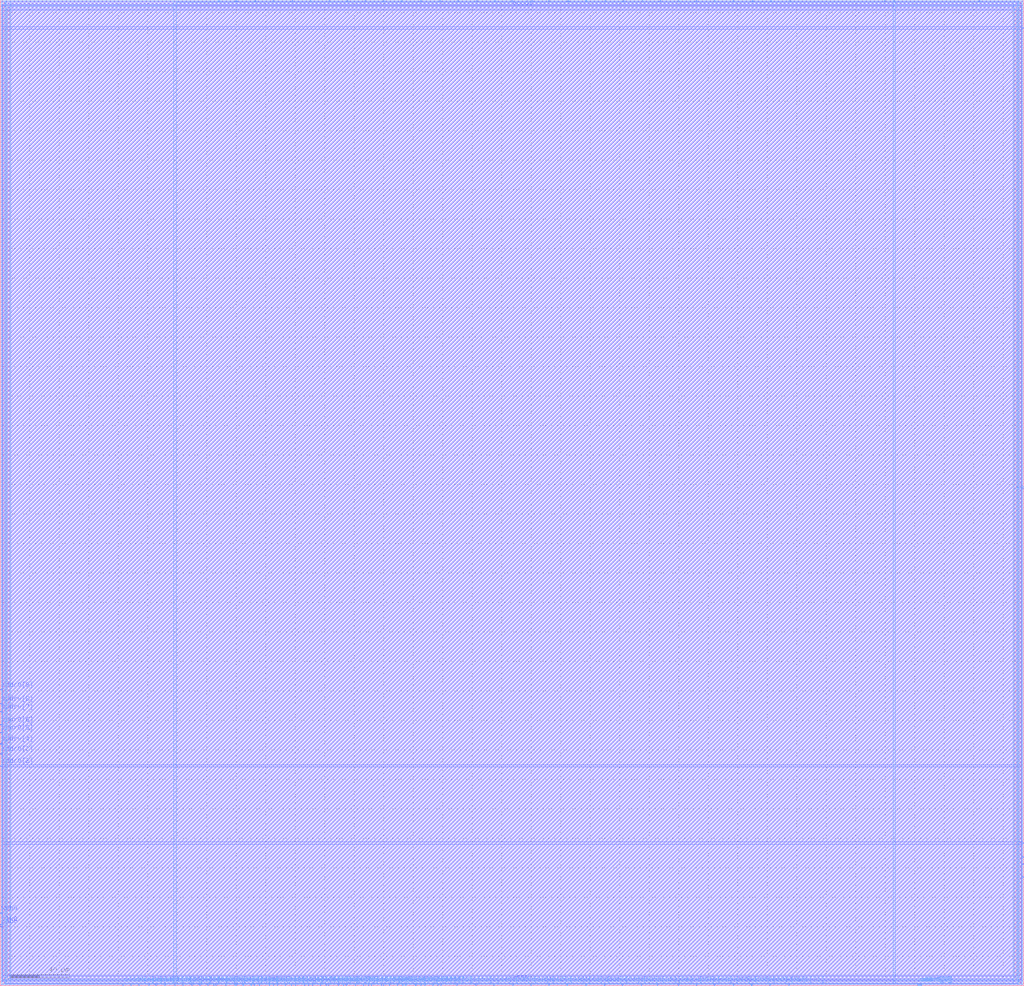
<source format=lef>
VERSION 5.4 ;
NAMESCASESENSITIVE ON ;
BUSBITCHARS "[]" ;
DIVIDERCHAR "/" ;
UNITS
  DATABASE MICRONS 2000 ;
END UNITS
MACRO sky130_sram_4kbyte_1rw1r_32x1024_8
   CLASS BLOCK ;
   SIZE 693.98 BY 668.82 ;
   SYMMETRY X Y R90 ;
   PIN din0[0]
      DIRECTION INPUT ;
      PORT
         LAYER met4 ;
         RECT  118.32 0.0 118.7 1.06 ;
      END
   END din0[0]
   PIN din0[1]
      DIRECTION INPUT ;
      PORT
         LAYER met4 ;
         RECT  123.76 0.0 124.14 1.06 ;
      END
   END din0[1]
   PIN din0[2]
      DIRECTION INPUT ;
      PORT
         LAYER met4 ;
         RECT  129.88 0.0 130.26 1.06 ;
      END
   END din0[2]
   PIN din0[3]
      DIRECTION INPUT ;
      PORT
         LAYER met4 ;
         RECT  135.32 0.0 135.7 1.06 ;
      END
   END din0[3]
   PIN din0[4]
      DIRECTION INPUT ;
      PORT
         LAYER met4 ;
         RECT  140.76 0.0 141.14 1.06 ;
      END
   END din0[4]
   PIN din0[5]
      DIRECTION INPUT ;
      PORT
         LAYER met4 ;
         RECT  146.2 0.0 146.58 1.06 ;
      END
   END din0[5]
   PIN din0[6]
      DIRECTION INPUT ;
      PORT
         LAYER met4 ;
         RECT  153.0 0.0 153.38 1.06 ;
      END
   END din0[6]
   PIN din0[7]
      DIRECTION INPUT ;
      PORT
         LAYER met4 ;
         RECT  159.12 0.0 159.5 1.06 ;
      END
   END din0[7]
   PIN din0[8]
      DIRECTION INPUT ;
      PORT
         LAYER met4 ;
         RECT  164.56 0.0 164.94 1.06 ;
      END
   END din0[8]
   PIN din0[9]
      DIRECTION INPUT ;
      PORT
         LAYER met4 ;
         RECT  170.0 0.0 170.38 1.06 ;
      END
   END din0[9]
   PIN din0[10]
      DIRECTION INPUT ;
      PORT
         LAYER met4 ;
         RECT  175.44 0.0 175.82 1.06 ;
      END
   END din0[10]
   PIN din0[11]
      DIRECTION INPUT ;
      PORT
         LAYER met4 ;
         RECT  182.24 0.0 182.62 1.06 ;
      END
   END din0[11]
   PIN din0[12]
      DIRECTION INPUT ;
      PORT
         LAYER met4 ;
         RECT  187.68 0.0 188.06 1.06 ;
      END
   END din0[12]
   PIN din0[13]
      DIRECTION INPUT ;
      PORT
         LAYER met4 ;
         RECT  193.12 0.0 193.5 1.06 ;
      END
   END din0[13]
   PIN din0[14]
      DIRECTION INPUT ;
      PORT
         LAYER met4 ;
         RECT  199.92 0.0 200.3 1.06 ;
      END
   END din0[14]
   PIN din0[15]
      DIRECTION INPUT ;
      PORT
         LAYER met4 ;
         RECT  206.04 0.0 206.42 1.06 ;
      END
   END din0[15]
   PIN din0[16]
      DIRECTION INPUT ;
      PORT
         LAYER met4 ;
         RECT  211.48 0.0 211.86 1.06 ;
      END
   END din0[16]
   PIN din0[17]
      DIRECTION INPUT ;
      PORT
         LAYER met4 ;
         RECT  216.92 0.0 217.3 1.06 ;
      END
   END din0[17]
   PIN din0[18]
      DIRECTION INPUT ;
      PORT
         LAYER met4 ;
         RECT  222.36 0.0 222.74 1.06 ;
      END
   END din0[18]
   PIN din0[19]
      DIRECTION INPUT ;
      PORT
         LAYER met4 ;
         RECT  229.16 0.0 229.54 1.06 ;
      END
   END din0[19]
   PIN din0[20]
      DIRECTION INPUT ;
      PORT
         LAYER met4 ;
         RECT  234.6 0.0 234.98 1.06 ;
      END
   END din0[20]
   PIN din0[21]
      DIRECTION INPUT ;
      PORT
         LAYER met4 ;
         RECT  240.72 0.0 241.1 1.06 ;
      END
   END din0[21]
   PIN din0[22]
      DIRECTION INPUT ;
      PORT
         LAYER met4 ;
         RECT  246.16 0.0 246.54 1.06 ;
      END
   END din0[22]
   PIN din0[23]
      DIRECTION INPUT ;
      PORT
         LAYER met4 ;
         RECT  251.6 0.0 251.98 1.06 ;
      END
   END din0[23]
   PIN din0[24]
      DIRECTION INPUT ;
      PORT
         LAYER met4 ;
         RECT  258.4 0.0 258.78 1.06 ;
      END
   END din0[24]
   PIN din0[25]
      DIRECTION INPUT ;
      PORT
         LAYER met4 ;
         RECT  263.84 0.0 264.22 1.06 ;
      END
   END din0[25]
   PIN din0[26]
      DIRECTION INPUT ;
      PORT
         LAYER met4 ;
         RECT  269.28 0.0 269.66 1.06 ;
      END
   END din0[26]
   PIN din0[27]
      DIRECTION INPUT ;
      PORT
         LAYER met4 ;
         RECT  274.72 0.0 275.1 1.06 ;
      END
   END din0[27]
   PIN din0[28]
      DIRECTION INPUT ;
      PORT
         LAYER met4 ;
         RECT  281.52 0.0 281.9 1.06 ;
      END
   END din0[28]
   PIN din0[29]
      DIRECTION INPUT ;
      PORT
         LAYER met4 ;
         RECT  287.64 0.0 288.02 1.06 ;
      END
   END din0[29]
   PIN din0[30]
      DIRECTION INPUT ;
      PORT
         LAYER met4 ;
         RECT  293.08 0.0 293.46 1.06 ;
      END
   END din0[30]
   PIN din0[31]
      DIRECTION INPUT ;
      PORT
         LAYER met4 ;
         RECT  298.52 0.0 298.9 1.06 ;
      END
   END din0[31]
   PIN addr0[0]
      DIRECTION INPUT ;
      PORT
         LAYER met4 ;
         RECT  82.96 0.0 83.34 1.06 ;
      END
   END addr0[0]
   PIN addr0[1]
      DIRECTION INPUT ;
      PORT
         LAYER met4 ;
         RECT  88.4 0.0 88.78 1.06 ;
      END
   END addr0[1]
   PIN addr0[2]
      DIRECTION INPUT ;
      PORT
         LAYER met3 ;
         RECT  0.0 148.92 1.06 149.3 ;
      END
   END addr0[2]
   PIN addr0[3]
      DIRECTION INPUT ;
      PORT
         LAYER met3 ;
         RECT  0.0 157.08 1.06 157.46 ;
      END
   END addr0[3]
   PIN addr0[4]
      DIRECTION INPUT ;
      PORT
         LAYER met3 ;
         RECT  0.0 163.88 1.06 164.26 ;
      END
   END addr0[4]
   PIN addr0[5]
      DIRECTION INPUT ;
      PORT
         LAYER met3 ;
         RECT  0.0 171.36 1.06 171.74 ;
      END
   END addr0[5]
   PIN addr0[6]
      DIRECTION INPUT ;
      PORT
         LAYER met3 ;
         RECT  0.0 176.8 1.06 177.18 ;
      END
   END addr0[6]
   PIN addr0[7]
      DIRECTION INPUT ;
      PORT
         LAYER met3 ;
         RECT  0.0 185.64 1.06 186.02 ;
      END
   END addr0[7]
   PIN addr0[8]
      DIRECTION INPUT ;
      PORT
         LAYER met3 ;
         RECT  0.0 191.08 1.06 191.46 ;
      END
   END addr0[8]
   PIN addr0[9]
      DIRECTION INPUT ;
      PORT
         LAYER met3 ;
         RECT  0.0 200.6 1.06 200.98 ;
      END
   END addr0[9]
   PIN addr1[0]
      DIRECTION INPUT ;
      PORT
         LAYER met4 ;
         RECT  605.88 667.76 606.26 668.82 ;
      END
   END addr1[0]
   PIN addr1[1]
      DIRECTION INPUT ;
      PORT
         LAYER met4 ;
         RECT  599.76 667.76 600.14 668.82 ;
      END
   END addr1[1]
   PIN addr1[2]
      DIRECTION INPUT ;
      PORT
         LAYER met3 ;
         RECT  692.92 96.56 693.98 96.94 ;
      END
   END addr1[2]
   PIN addr1[3]
      DIRECTION INPUT ;
      PORT
         LAYER met3 ;
         RECT  692.92 87.04 693.98 87.42 ;
      END
   END addr1[3]
   PIN addr1[4]
      DIRECTION INPUT ;
      PORT
         LAYER met3 ;
         RECT  692.92 82.28 693.98 82.66 ;
      END
   END addr1[4]
   PIN addr1[5]
      DIRECTION INPUT ;
      PORT
         LAYER met3 ;
         RECT  692.92 73.44 693.98 73.82 ;
      END
   END addr1[5]
   PIN addr1[6]
      DIRECTION INPUT ;
      PORT
         LAYER met4 ;
         RECT  624.24 0.0 624.62 1.06 ;
      END
   END addr1[6]
   PIN addr1[7]
      DIRECTION INPUT ;
      PORT
         LAYER met4 ;
         RECT  622.2 0.0 622.58 1.06 ;
      END
   END addr1[7]
   PIN addr1[8]
      DIRECTION INPUT ;
      PORT
         LAYER met4 ;
         RECT  622.88 0.0 623.26 1.06 ;
      END
   END addr1[8]
   PIN addr1[9]
      DIRECTION INPUT ;
      PORT
         LAYER met4 ;
         RECT  623.56 0.0 623.94 1.06 ;
      END
   END addr1[9]
   PIN csb0
      DIRECTION INPUT ;
      PORT
         LAYER met3 ;
         RECT  0.0 40.12 1.06 40.5 ;
      END
   END csb0
   PIN csb1
      DIRECTION INPUT ;
      PORT
         LAYER met3 ;
         RECT  692.92 649.4 693.98 649.78 ;
      END
   END csb1
   PIN web0
      DIRECTION INPUT ;
      PORT
         LAYER met3 ;
         RECT  0.0 48.96 1.06 49.34 ;
      END
   END web0
   PIN clk0
      DIRECTION INPUT ;
      PORT
         LAYER met3 ;
         RECT  0.0 41.48 1.06 41.86 ;
      END
   END clk0
   PIN clk1
      DIRECTION INPUT ;
      PORT
         LAYER met4 ;
         RECT  663.68 667.76 664.06 668.82 ;
      END
   END clk1
   PIN wmask0[0]
      DIRECTION INPUT ;
      PORT
         LAYER met4 ;
         RECT  93.84 0.0 94.22 1.06 ;
      END
   END wmask0[0]
   PIN wmask0[1]
      DIRECTION INPUT ;
      PORT
         LAYER met4 ;
         RECT  100.64 0.0 101.02 1.06 ;
      END
   END wmask0[1]
   PIN wmask0[2]
      DIRECTION INPUT ;
      PORT
         LAYER met4 ;
         RECT  105.4 0.0 105.78 1.06 ;
      END
   END wmask0[2]
   PIN wmask0[3]
      DIRECTION INPUT ;
      PORT
         LAYER met4 ;
         RECT  111.52 0.0 111.9 1.06 ;
      END
   END wmask0[3]
   PIN dout0[0]
      DIRECTION OUTPUT ;
      PORT
         LAYER met4 ;
         RECT  144.84 0.0 145.22 1.06 ;
      END
   END dout0[0]
   PIN dout0[1]
      DIRECTION OUTPUT ;
      PORT
         LAYER met4 ;
         RECT  159.8 0.0 160.18 1.06 ;
      END
   END dout0[1]
   PIN dout0[2]
      DIRECTION OUTPUT ;
      PORT
         LAYER met4 ;
         RECT  172.04 0.0 172.42 1.06 ;
      END
   END dout0[2]
   PIN dout0[3]
      DIRECTION OUTPUT ;
      PORT
         LAYER met4 ;
         RECT  184.96 0.0 185.34 1.06 ;
      END
   END dout0[3]
   PIN dout0[4]
      DIRECTION OUTPUT ;
      PORT
         LAYER met4 ;
         RECT  197.2 0.0 197.58 1.06 ;
      END
   END dout0[4]
   PIN dout0[5]
      DIRECTION OUTPUT ;
      PORT
         LAYER met4 ;
         RECT  208.76 0.0 209.14 1.06 ;
      END
   END dout0[5]
   PIN dout0[6]
      DIRECTION OUTPUT ;
      PORT
         LAYER met4 ;
         RECT  221.0 0.0 221.38 1.06 ;
      END
   END dout0[6]
   PIN dout0[7]
      DIRECTION OUTPUT ;
      PORT
         LAYER met4 ;
         RECT  232.56 0.0 232.94 1.06 ;
      END
   END dout0[7]
   PIN dout0[8]
      DIRECTION OUTPUT ;
      PORT
         LAYER met4 ;
         RECT  249.56 0.0 249.94 1.06 ;
      END
   END dout0[8]
   PIN dout0[9]
      DIRECTION OUTPUT ;
      PORT
         LAYER met4 ;
         RECT  259.76 0.0 260.14 1.06 ;
      END
   END dout0[9]
   PIN dout0[10]
      DIRECTION OUTPUT ;
      PORT
         LAYER met4 ;
         RECT  272.68 0.0 273.06 1.06 ;
      END
   END dout0[10]
   PIN dout0[11]
      DIRECTION OUTPUT ;
      PORT
         LAYER met4 ;
         RECT  284.92 0.0 285.3 1.06 ;
      END
   END dout0[11]
   PIN dout0[12]
      DIRECTION OUTPUT ;
      PORT
         LAYER met4 ;
         RECT  296.48 0.0 296.86 1.06 ;
      END
   END dout0[12]
   PIN dout0[13]
      DIRECTION OUTPUT ;
      PORT
         LAYER met4 ;
         RECT  309.4 0.0 309.78 1.06 ;
      END
   END dout0[13]
   PIN dout0[14]
      DIRECTION OUTPUT ;
      PORT
         LAYER met4 ;
         RECT  322.32 0.0 322.7 1.06 ;
      END
   END dout0[14]
   PIN dout0[15]
      DIRECTION OUTPUT ;
      PORT
         LAYER met4 ;
         RECT  334.56 0.0 334.94 1.06 ;
      END
   END dout0[15]
   PIN dout0[16]
      DIRECTION OUTPUT ;
      PORT
         LAYER met4 ;
         RECT  347.48 0.0 347.86 1.06 ;
      END
   END dout0[16]
   PIN dout0[17]
      DIRECTION OUTPUT ;
      PORT
         LAYER met4 ;
         RECT  359.72 0.0 360.1 1.06 ;
      END
   END dout0[17]
   PIN dout0[18]
      DIRECTION OUTPUT ;
      PORT
         LAYER met4 ;
         RECT  371.96 0.0 372.34 1.06 ;
      END
   END dout0[18]
   PIN dout0[19]
      DIRECTION OUTPUT ;
      PORT
         LAYER met4 ;
         RECT  384.2 0.0 384.58 1.06 ;
      END
   END dout0[19]
   PIN dout0[20]
      DIRECTION OUTPUT ;
      PORT
         LAYER met4 ;
         RECT  397.12 0.0 397.5 1.06 ;
      END
   END dout0[20]
   PIN dout0[21]
      DIRECTION OUTPUT ;
      PORT
         LAYER met4 ;
         RECT  409.36 0.0 409.74 1.06 ;
      END
   END dout0[21]
   PIN dout0[22]
      DIRECTION OUTPUT ;
      PORT
         LAYER met4 ;
         RECT  421.6 0.0 421.98 1.06 ;
      END
   END dout0[22]
   PIN dout0[23]
      DIRECTION OUTPUT ;
      PORT
         LAYER met4 ;
         RECT  434.52 0.0 434.9 1.06 ;
      END
   END dout0[23]
   PIN dout0[24]
      DIRECTION OUTPUT ;
      PORT
         LAYER met4 ;
         RECT  445.4 0.0 445.78 1.06 ;
      END
   END dout0[24]
   PIN dout0[25]
      DIRECTION OUTPUT ;
      PORT
         LAYER met4 ;
         RECT  459.68 0.0 460.06 1.06 ;
      END
   END dout0[25]
   PIN dout0[26]
      DIRECTION OUTPUT ;
      PORT
         LAYER met4 ;
         RECT  471.92 0.0 472.3 1.06 ;
      END
   END dout0[26]
   PIN dout0[27]
      DIRECTION OUTPUT ;
      PORT
         LAYER met4 ;
         RECT  484.16 0.0 484.54 1.06 ;
      END
   END dout0[27]
   PIN dout0[28]
      DIRECTION OUTPUT ;
      PORT
         LAYER met4 ;
         RECT  497.08 0.0 497.46 1.06 ;
      END
   END dout0[28]
   PIN dout0[29]
      DIRECTION OUTPUT ;
      PORT
         LAYER met4 ;
         RECT  509.32 0.0 509.7 1.06 ;
      END
   END dout0[29]
   PIN dout0[30]
      DIRECTION OUTPUT ;
      PORT
         LAYER met4 ;
         RECT  521.56 0.0 521.94 1.06 ;
      END
   END dout0[30]
   PIN dout0[31]
      DIRECTION OUTPUT ;
      PORT
         LAYER met4 ;
         RECT  534.48 0.0 534.86 1.06 ;
      END
   END dout0[31]
   PIN dout1[0]
      DIRECTION OUTPUT ;
      PORT
         LAYER met4 ;
         RECT  148.24 667.76 148.62 668.82 ;
      END
   END dout1[0]
   PIN dout1[1]
      DIRECTION OUTPUT ;
      PORT
         LAYER met4 ;
         RECT  159.8 667.76 160.18 668.82 ;
      END
   END dout1[1]
   PIN dout1[2]
      DIRECTION OUTPUT ;
      PORT
         LAYER met4 ;
         RECT  172.72 667.76 173.1 668.82 ;
      END
   END dout1[2]
   PIN dout1[3]
      DIRECTION OUTPUT ;
      PORT
         LAYER met4 ;
         RECT  184.96 667.76 185.34 668.82 ;
      END
   END dout1[3]
   PIN dout1[4]
      DIRECTION OUTPUT ;
      PORT
         LAYER met4 ;
         RECT  197.88 667.76 198.26 668.82 ;
      END
   END dout1[4]
   PIN dout1[5]
      DIRECTION OUTPUT ;
      PORT
         LAYER met4 ;
         RECT  210.12 667.76 210.5 668.82 ;
      END
   END dout1[5]
   PIN dout1[6]
      DIRECTION OUTPUT ;
      PORT
         LAYER met4 ;
         RECT  223.04 667.76 223.42 668.82 ;
      END
   END dout1[6]
   PIN dout1[7]
      DIRECTION OUTPUT ;
      PORT
         LAYER met4 ;
         RECT  235.28 667.76 235.66 668.82 ;
      END
   END dout1[7]
   PIN dout1[8]
      DIRECTION OUTPUT ;
      PORT
         LAYER met4 ;
         RECT  247.52 667.76 247.9 668.82 ;
      END
   END dout1[8]
   PIN dout1[9]
      DIRECTION OUTPUT ;
      PORT
         LAYER met4 ;
         RECT  259.76 667.76 260.14 668.82 ;
      END
   END dout1[9]
   PIN dout1[10]
      DIRECTION OUTPUT ;
      PORT
         LAYER met4 ;
         RECT  272.0 667.76 272.38 668.82 ;
      END
   END dout1[10]
   PIN dout1[11]
      DIRECTION OUTPUT ;
      PORT
         LAYER met4 ;
         RECT  284.92 667.76 285.3 668.82 ;
      END
   END dout1[11]
   PIN dout1[12]
      DIRECTION OUTPUT ;
      PORT
         LAYER met4 ;
         RECT  297.84 667.76 298.22 668.82 ;
      END
   END dout1[12]
   PIN dout1[13]
      DIRECTION OUTPUT ;
      PORT
         LAYER met4 ;
         RECT  310.08 667.76 310.46 668.82 ;
      END
   END dout1[13]
   PIN dout1[14]
      DIRECTION OUTPUT ;
      PORT
         LAYER met4 ;
         RECT  323.0 667.76 323.38 668.82 ;
      END
   END dout1[14]
   PIN dout1[15]
      DIRECTION OUTPUT ;
      PORT
         LAYER met4 ;
         RECT  335.24 667.76 335.62 668.82 ;
      END
   END dout1[15]
   PIN dout1[16]
      DIRECTION OUTPUT ;
      PORT
         LAYER met4 ;
         RECT  346.8 667.76 347.18 668.82 ;
      END
   END dout1[16]
   PIN dout1[17]
      DIRECTION OUTPUT ;
      PORT
         LAYER met4 ;
         RECT  360.4 667.76 360.78 668.82 ;
      END
   END dout1[17]
   PIN dout1[18]
      DIRECTION OUTPUT ;
      PORT
         LAYER met4 ;
         RECT  371.96 667.76 372.34 668.82 ;
      END
   END dout1[18]
   PIN dout1[19]
      DIRECTION OUTPUT ;
      PORT
         LAYER met4 ;
         RECT  384.88 667.76 385.26 668.82 ;
      END
   END dout1[19]
   PIN dout1[20]
      DIRECTION OUTPUT ;
      PORT
         LAYER met4 ;
         RECT  397.12 667.76 397.5 668.82 ;
      END
   END dout1[20]
   PIN dout1[21]
      DIRECTION OUTPUT ;
      PORT
         LAYER met4 ;
         RECT  410.04 667.76 410.42 668.82 ;
      END
   END dout1[21]
   PIN dout1[22]
      DIRECTION OUTPUT ;
      PORT
         LAYER met4 ;
         RECT  422.28 667.76 422.66 668.82 ;
      END
   END dout1[22]
   PIN dout1[23]
      DIRECTION OUTPUT ;
      PORT
         LAYER met4 ;
         RECT  435.2 667.76 435.58 668.82 ;
      END
   END dout1[23]
   PIN dout1[24]
      DIRECTION OUTPUT ;
      PORT
         LAYER met4 ;
         RECT  447.44 667.76 447.82 668.82 ;
      END
   END dout1[24]
   PIN dout1[25]
      DIRECTION OUTPUT ;
      PORT
         LAYER met4 ;
         RECT  459.68 667.76 460.06 668.82 ;
      END
   END dout1[25]
   PIN dout1[26]
      DIRECTION OUTPUT ;
      PORT
         LAYER met4 ;
         RECT  471.92 667.76 472.3 668.82 ;
      END
   END dout1[26]
   PIN dout1[27]
      DIRECTION OUTPUT ;
      PORT
         LAYER met4 ;
         RECT  484.16 667.76 484.54 668.82 ;
      END
   END dout1[27]
   PIN dout1[28]
      DIRECTION OUTPUT ;
      PORT
         LAYER met4 ;
         RECT  497.08 667.76 497.46 668.82 ;
      END
   END dout1[28]
   PIN dout1[29]
      DIRECTION OUTPUT ;
      PORT
         LAYER met4 ;
         RECT  510.0 667.76 510.38 668.82 ;
      END
   END dout1[29]
   PIN dout1[30]
      DIRECTION OUTPUT ;
      PORT
         LAYER met4 ;
         RECT  522.24 667.76 522.62 668.82 ;
      END
   END dout1[30]
   PIN dout1[31]
      DIRECTION OUTPUT ;
      PORT
         LAYER met4 ;
         RECT  535.16 667.76 535.54 668.82 ;
      END
   END dout1[31]
   PIN vccd1
      DIRECTION INOUT ;
      USE POWER ; 
      SHAPE ABUTMENT ; 
      PORT
         LAYER met4 ;
         RECT  4.76 4.76 6.5 664.06 ;
         LAYER met3 ;
         RECT  4.76 4.76 689.22 6.5 ;
         LAYER met4 ;
         RECT  687.48 4.76 689.22 664.06 ;
         LAYER met3 ;
         RECT  4.76 662.32 689.22 664.06 ;
      END
   END vccd1
   PIN vssd1
      DIRECTION INOUT ;
      USE GROUND ; 
      SHAPE ABUTMENT ; 
      PORT
         LAYER met4 ;
         RECT  1.36 1.36 3.1 667.46 ;
         LAYER met3 ;
         RECT  1.36 665.72 692.62 667.46 ;
         LAYER met3 ;
         RECT  1.36 1.36 692.62 3.1 ;
         LAYER met4 ;
         RECT  690.88 1.36 692.62 667.46 ;
      END
   END vssd1
   OBS
   LAYER  met1 ;
      RECT  0.62 0.62 693.36 668.2 ;
   LAYER  met2 ;
      RECT  0.62 0.62 693.36 668.2 ;
   LAYER  met3 ;
      RECT  1.66 148.32 693.36 149.9 ;
      RECT  0.62 149.9 1.66 156.48 ;
      RECT  0.62 158.06 1.66 163.28 ;
      RECT  0.62 164.86 1.66 170.76 ;
      RECT  0.62 172.34 1.66 176.2 ;
      RECT  0.62 177.78 1.66 185.04 ;
      RECT  0.62 186.62 1.66 190.48 ;
      RECT  0.62 192.06 1.66 200.0 ;
      RECT  1.66 95.96 692.32 97.54 ;
      RECT  1.66 97.54 692.32 148.32 ;
      RECT  692.32 97.54 693.36 148.32 ;
      RECT  692.32 88.02 693.36 95.96 ;
      RECT  692.32 83.26 693.36 86.44 ;
      RECT  692.32 74.42 693.36 81.68 ;
      RECT  1.66 149.9 692.32 648.8 ;
      RECT  1.66 648.8 692.32 650.38 ;
      RECT  692.32 149.9 693.36 648.8 ;
      RECT  0.62 49.94 1.66 148.32 ;
      RECT  0.62 42.46 1.66 48.36 ;
      RECT  1.66 4.16 4.16 7.1 ;
      RECT  1.66 7.1 4.16 95.96 ;
      RECT  4.16 7.1 689.82 95.96 ;
      RECT  689.82 4.16 692.32 7.1 ;
      RECT  689.82 7.1 692.32 95.96 ;
      RECT  1.66 650.38 4.16 661.72 ;
      RECT  1.66 661.72 4.16 664.66 ;
      RECT  4.16 650.38 689.82 661.72 ;
      RECT  689.82 650.38 692.32 661.72 ;
      RECT  689.82 661.72 692.32 664.66 ;
      RECT  0.62 201.58 0.76 665.12 ;
      RECT  0.62 665.12 0.76 668.06 ;
      RECT  0.62 668.06 0.76 668.2 ;
      RECT  0.76 201.58 1.66 665.12 ;
      RECT  0.76 668.06 1.66 668.2 ;
      RECT  692.32 650.38 693.22 665.12 ;
      RECT  692.32 668.06 693.22 668.2 ;
      RECT  693.22 650.38 693.36 665.12 ;
      RECT  693.22 665.12 693.36 668.06 ;
      RECT  693.22 668.06 693.36 668.2 ;
      RECT  1.66 664.66 4.16 665.12 ;
      RECT  1.66 668.06 4.16 668.2 ;
      RECT  4.16 664.66 689.82 665.12 ;
      RECT  4.16 668.06 689.82 668.2 ;
      RECT  689.82 664.66 692.32 665.12 ;
      RECT  689.82 668.06 692.32 668.2 ;
      RECT  692.32 0.62 693.22 0.76 ;
      RECT  692.32 3.7 693.22 72.84 ;
      RECT  693.22 0.62 693.36 0.76 ;
      RECT  693.22 0.76 693.36 3.7 ;
      RECT  693.22 3.7 693.36 72.84 ;
      RECT  0.62 0.62 0.76 0.76 ;
      RECT  0.62 0.76 0.76 3.7 ;
      RECT  0.62 3.7 0.76 39.52 ;
      RECT  0.76 0.62 1.66 0.76 ;
      RECT  0.76 3.7 1.66 39.52 ;
      RECT  1.66 0.62 4.16 0.76 ;
      RECT  1.66 3.7 4.16 4.16 ;
      RECT  4.16 0.62 689.82 0.76 ;
      RECT  4.16 3.7 689.82 4.16 ;
      RECT  689.82 0.62 692.32 0.76 ;
      RECT  689.82 3.7 692.32 4.16 ;
   LAYER  met4 ;
      RECT  117.72 1.66 119.3 668.2 ;
      RECT  119.3 0.62 123.16 1.66 ;
      RECT  124.74 0.62 129.28 1.66 ;
      RECT  130.86 0.62 134.72 1.66 ;
      RECT  136.3 0.62 140.16 1.66 ;
      RECT  147.18 0.62 152.4 1.66 ;
      RECT  153.98 0.62 158.52 1.66 ;
      RECT  165.54 0.62 169.4 1.66 ;
      RECT  176.42 0.62 181.64 1.66 ;
      RECT  188.66 0.62 192.52 1.66 ;
      RECT  200.9 0.62 205.44 1.66 ;
      RECT  212.46 0.62 216.32 1.66 ;
      RECT  223.34 0.62 228.56 1.66 ;
      RECT  235.58 0.62 240.12 1.66 ;
      RECT  241.7 0.62 245.56 1.66 ;
      RECT  252.58 0.62 257.8 1.66 ;
      RECT  264.82 0.62 268.68 1.66 ;
      RECT  275.7 0.62 280.92 1.66 ;
      RECT  288.62 0.62 292.48 1.66 ;
      RECT  83.94 0.62 87.8 1.66 ;
      RECT  119.3 1.66 605.28 667.16 ;
      RECT  605.28 1.66 606.86 667.16 ;
      RECT  600.74 667.16 605.28 668.2 ;
      RECT  606.86 667.16 663.08 668.2 ;
      RECT  89.38 0.62 93.24 1.66 ;
      RECT  94.82 0.62 100.04 1.66 ;
      RECT  101.62 0.62 104.8 1.66 ;
      RECT  106.38 0.62 110.92 1.66 ;
      RECT  112.5 0.62 117.72 1.66 ;
      RECT  141.74 0.62 144.24 1.66 ;
      RECT  160.78 0.62 163.96 1.66 ;
      RECT  170.98 0.62 171.44 1.66 ;
      RECT  173.02 0.62 174.84 1.66 ;
      RECT  183.22 0.62 184.36 1.66 ;
      RECT  185.94 0.62 187.08 1.66 ;
      RECT  194.1 0.62 196.6 1.66 ;
      RECT  198.18 0.62 199.32 1.66 ;
      RECT  207.02 0.62 208.16 1.66 ;
      RECT  209.74 0.62 210.88 1.66 ;
      RECT  217.9 0.62 220.4 1.66 ;
      RECT  230.14 0.62 231.96 1.66 ;
      RECT  233.54 0.62 234.0 1.66 ;
      RECT  247.14 0.62 248.96 1.66 ;
      RECT  250.54 0.62 251.0 1.66 ;
      RECT  260.74 0.62 263.24 1.66 ;
      RECT  270.26 0.62 272.08 1.66 ;
      RECT  273.66 0.62 274.12 1.66 ;
      RECT  282.5 0.62 284.32 1.66 ;
      RECT  285.9 0.62 287.04 1.66 ;
      RECT  294.06 0.62 295.88 1.66 ;
      RECT  297.46 0.62 297.92 1.66 ;
      RECT  299.5 0.62 308.8 1.66 ;
      RECT  310.38 0.62 321.72 1.66 ;
      RECT  323.3 0.62 333.96 1.66 ;
      RECT  335.54 0.62 346.88 1.66 ;
      RECT  348.46 0.62 359.12 1.66 ;
      RECT  360.7 0.62 371.36 1.66 ;
      RECT  372.94 0.62 383.6 1.66 ;
      RECT  385.18 0.62 396.52 1.66 ;
      RECT  398.1 0.62 408.76 1.66 ;
      RECT  410.34 0.62 421.0 1.66 ;
      RECT  422.58 0.62 433.92 1.66 ;
      RECT  435.5 0.62 444.8 1.66 ;
      RECT  446.38 0.62 459.08 1.66 ;
      RECT  460.66 0.62 471.32 1.66 ;
      RECT  472.9 0.62 483.56 1.66 ;
      RECT  485.14 0.62 496.48 1.66 ;
      RECT  498.06 0.62 508.72 1.66 ;
      RECT  510.3 0.62 520.96 1.66 ;
      RECT  522.54 0.62 533.88 1.66 ;
      RECT  535.46 0.62 621.6 1.66 ;
      RECT  119.3 667.16 147.64 668.2 ;
      RECT  149.22 667.16 159.2 668.2 ;
      RECT  160.78 667.16 172.12 668.2 ;
      RECT  173.7 667.16 184.36 668.2 ;
      RECT  185.94 667.16 197.28 668.2 ;
      RECT  198.86 667.16 209.52 668.2 ;
      RECT  211.1 667.16 222.44 668.2 ;
      RECT  224.02 667.16 234.68 668.2 ;
      RECT  236.26 667.16 246.92 668.2 ;
      RECT  248.5 667.16 259.16 668.2 ;
      RECT  260.74 667.16 271.4 668.2 ;
      RECT  272.98 667.16 284.32 668.2 ;
      RECT  285.9 667.16 297.24 668.2 ;
      RECT  298.82 667.16 309.48 668.2 ;
      RECT  311.06 667.16 322.4 668.2 ;
      RECT  323.98 667.16 334.64 668.2 ;
      RECT  336.22 667.16 346.2 668.2 ;
      RECT  347.78 667.16 359.8 668.2 ;
      RECT  361.38 667.16 371.36 668.2 ;
      RECT  372.94 667.16 384.28 668.2 ;
      RECT  385.86 667.16 396.52 668.2 ;
      RECT  398.1 667.16 409.44 668.2 ;
      RECT  411.02 667.16 421.68 668.2 ;
      RECT  423.26 667.16 434.6 668.2 ;
      RECT  436.18 667.16 446.84 668.2 ;
      RECT  448.42 667.16 459.08 668.2 ;
      RECT  460.66 667.16 471.32 668.2 ;
      RECT  472.9 667.16 483.56 668.2 ;
      RECT  485.14 667.16 496.48 668.2 ;
      RECT  498.06 667.16 509.4 668.2 ;
      RECT  510.98 667.16 521.64 668.2 ;
      RECT  523.22 667.16 534.56 668.2 ;
      RECT  536.14 667.16 599.16 668.2 ;
      RECT  4.16 1.66 7.1 4.16 ;
      RECT  4.16 664.66 7.1 668.2 ;
      RECT  7.1 1.66 117.72 4.16 ;
      RECT  7.1 4.16 117.72 664.66 ;
      RECT  7.1 664.66 117.72 668.2 ;
      RECT  606.86 1.66 686.88 4.16 ;
      RECT  606.86 4.16 686.88 664.66 ;
      RECT  606.86 664.66 686.88 667.16 ;
      RECT  686.88 1.66 689.82 4.16 ;
      RECT  686.88 664.66 689.82 667.16 ;
      RECT  0.62 0.62 0.76 0.76 ;
      RECT  0.62 0.76 0.76 1.66 ;
      RECT  0.76 0.62 3.7 0.76 ;
      RECT  3.7 0.62 82.36 0.76 ;
      RECT  3.7 0.76 82.36 1.66 ;
      RECT  0.62 1.66 0.76 4.16 ;
      RECT  3.7 1.66 4.16 4.16 ;
      RECT  0.62 4.16 0.76 664.66 ;
      RECT  3.7 4.16 4.16 664.66 ;
      RECT  0.62 664.66 0.76 668.06 ;
      RECT  0.62 668.06 0.76 668.2 ;
      RECT  0.76 668.06 3.7 668.2 ;
      RECT  3.7 664.66 4.16 668.06 ;
      RECT  3.7 668.06 4.16 668.2 ;
      RECT  625.22 0.62 690.28 0.76 ;
      RECT  625.22 0.76 690.28 1.66 ;
      RECT  690.28 0.62 693.22 0.76 ;
      RECT  693.22 0.62 693.36 0.76 ;
      RECT  693.22 0.76 693.36 1.66 ;
      RECT  664.66 667.16 690.28 668.06 ;
      RECT  664.66 668.06 690.28 668.2 ;
      RECT  690.28 668.06 693.22 668.2 ;
      RECT  693.22 667.16 693.36 668.06 ;
      RECT  693.22 668.06 693.36 668.2 ;
      RECT  689.82 1.66 690.28 4.16 ;
      RECT  693.22 1.66 693.36 4.16 ;
      RECT  689.82 4.16 690.28 664.66 ;
      RECT  693.22 4.16 693.36 664.66 ;
      RECT  689.82 664.66 690.28 667.16 ;
      RECT  693.22 664.66 693.36 667.16 ;
   END
END    sky130_sram_4kbyte_1rw1r_32x1024_8
END    LIBRARY

</source>
